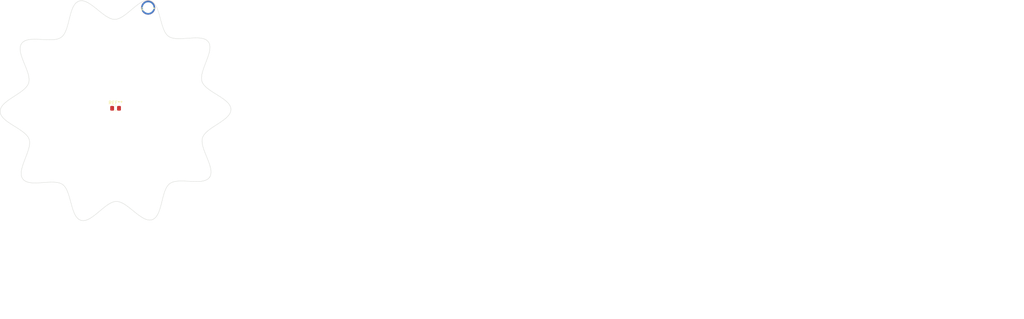
<source format=kicad_pcb>
(kicad_pcb (version 20171130) (host pcbnew 5.1.5-52549c5~84~ubuntu18.04.1)

  (general
    (thickness 1.6)
    (drawings 1)
    (tracks 0)
    (zones 0)
    (modules 3)
    (nets 1)
  )

  (page USLetter)
  (title_block
    (title "Project Title")
  )

  (layers
    (0 F.Cu signal)
    (31 B.Cu signal)
    (34 B.Paste user)
    (35 F.Paste user)
    (36 B.SilkS user)
    (37 F.SilkS user)
    (38 B.Mask user)
    (39 F.Mask user)
    (40 Dwgs.User user)
    (44 Edge.Cuts user)
    (46 B.CrtYd user)
    (47 F.CrtYd user)
    (48 B.Fab user)
    (49 F.Fab user)
  )

  (setup
    (last_trace_width 0.254)
    (user_trace_width 0.1524)
    (user_trace_width 0.254)
    (user_trace_width 0.3302)
    (user_trace_width 0.508)
    (user_trace_width 0.762)
    (user_trace_width 1.27)
    (trace_clearance 0.254)
    (zone_clearance 0.508)
    (zone_45_only no)
    (trace_min 0.1524)
    (via_size 0.6858)
    (via_drill 0.3302)
    (via_min_size 0.6858)
    (via_min_drill 0.3302)
    (user_via 0.6858 0.3302)
    (user_via 0.762 0.4064)
    (user_via 0.8636 0.508)
    (uvia_size 0.6858)
    (uvia_drill 0.3302)
    (uvias_allowed no)
    (uvia_min_size 0)
    (uvia_min_drill 0)
    (edge_width 0.1524)
    (segment_width 0.1524)
    (pcb_text_width 0.1524)
    (pcb_text_size 1.016 1.016)
    (mod_edge_width 0.1524)
    (mod_text_size 1.016 1.016)
    (mod_text_width 0.1524)
    (pad_size 1.524 1.524)
    (pad_drill 0.762)
    (pad_to_mask_clearance 0.0762)
    (solder_mask_min_width 0.1016)
    (pad_to_paste_clearance -0.0762)
    (aux_axis_origin 0 0)
    (visible_elements FFFEDF7D)
    (pcbplotparams
      (layerselection 0x310fc_80000001)
      (usegerberextensions true)
      (usegerberattributes false)
      (usegerberadvancedattributes false)
      (creategerberjobfile false)
      (excludeedgelayer true)
      (linewidth 0.100000)
      (plotframeref false)
      (viasonmask false)
      (mode 1)
      (useauxorigin false)
      (hpglpennumber 1)
      (hpglpenspeed 20)
      (hpglpendiameter 15.000000)
      (psnegative false)
      (psa4output false)
      (plotreference true)
      (plotvalue true)
      (plotinvisibletext false)
      (padsonsilk false)
      (subtractmaskfromsilk false)
      (outputformat 1)
      (mirror false)
      (drillshape 0)
      (scaleselection 1)
      (outputdirectory "gerbers"))
  )

  (net 0 "")

  (net_class Default "This is the default net class."
    (clearance 0.254)
    (trace_width 0.254)
    (via_dia 0.6858)
    (via_drill 0.3302)
    (uvia_dia 0.6858)
    (uvia_drill 0.3302)
  )

  (module Star_Shield:Caiman (layer F.Cu) (tedit 5E2FA7F8) (tstamp 5E308AE5)
    (at 157.7086 54.2798)
    (fp_text reference REF** (at 0 0.5) (layer F.SilkS)
      (effects (font (size 1 1) (thickness 0.15)))
    )
    (fp_text value Caiman (at 0 -0.5) (layer F.Fab)
      (effects (font (size 1 1) (thickness 0.15)))
    )
    (pad 1 thru_hole circle (at 0 0) (size 4.2 4.2) (drill 3.2) (layers *.Cu *.Mask))
  )

  (module Star_Shield:Start (layer F.Cu) (tedit 0) (tstamp 5E3086E4)
    (at 147.955 85.09)
    (fp_text reference Ref** (at 0 0) (layer F.SilkS) hide
      (effects (font (size 1.27 1.27) (thickness 0.15)))
    )
    (fp_text value Val** (at 0 0) (layer F.SilkS) hide
      (effects (font (size 1.27 1.27) (thickness 0.15)))
    )
    (fp_line (start 28.126299 20.066587) (end 28.126299 20.066587) (layer Edge.Cuts) (width 0.1))
    (fp_line (start 28.126302 20.066573) (end 28.126299 20.066587) (layer Edge.Cuts) (width 0.1))
    (fp_line (start 28.289675 19.800235) (end 28.126302 20.066573) (layer Edge.Cuts) (width 0.1))
    (fp_line (start 28.414285 19.516494) (end 28.289675 19.800235) (layer Edge.Cuts) (width 0.1))
    (fp_line (start 28.502531 19.216418) (end 28.414285 19.516494) (layer Edge.Cuts) (width 0.1))
    (fp_line (start 28.556815 18.901076) (end 28.502531 19.216418) (layer Edge.Cuts) (width 0.1))
    (fp_line (start 28.579535 18.571535) (end 28.556815 18.901076) (layer Edge.Cuts) (width 0.1))
    (fp_line (start 28.57309 18.228863) (end 28.579535 18.571535) (layer Edge.Cuts) (width 0.1))
    (fp_line (start 28.539881 17.87413) (end 28.57309 18.228863) (layer Edge.Cuts) (width 0.1))
    (fp_line (start 28.482308 17.508403) (end 28.539881 17.87413) (layer Edge.Cuts) (width 0.1))
    (fp_line (start 28.402771 17.132751) (end 28.482308 17.508403) (layer Edge.Cuts) (width 0.1))
    (fp_line (start 28.303669 16.748242) (end 28.402771 17.132751) (layer Edge.Cuts) (width 0.1))
    (fp_line (start 28.056372 15.956926) (end 28.303669 16.748242) (layer Edge.Cuts) (width 0.1))
    (fp_line (start 27.759615 15.143002) (end 28.056372 15.956926) (layer Edge.Cuts) (width 0.1))
    (fp_line (start 27.432599 14.315015) (end 27.759615 15.143002) (layer Edge.Cuts) (width 0.1))
    (fp_line (start 26.764581 12.651038) (end 27.432599 14.315015) (layer Edge.Cuts) (width 0.1))
    (fp_line (start 26.461979 11.832142) (end 26.764581 12.651038) (layer Edge.Cuts) (width 0.1))
    (fp_line (start 26.205914 11.033367) (end 26.461979 11.832142) (layer Edge.Cuts) (width 0.1))
    (fp_line (start 26.101331 10.644196) (end 26.205914 11.033367) (layer Edge.Cuts) (width 0.1))
    (fp_line (start 26.015582 10.263261) (end 26.101331 10.644196) (layer Edge.Cuts) (width 0.1))
    (fp_line (start 25.951067 9.89163) (end 26.015582 10.263261) (layer Edge.Cuts) (width 0.1))
    (fp_line (start 25.910186 9.530371) (end 25.951067 9.89163) (layer Edge.Cuts) (width 0.1))
    (fp_line (start 25.895335 9.180552) (end 25.910186 9.530371) (layer Edge.Cuts) (width 0.1))
    (fp_line (start 25.908919 8.843242) (end 25.895335 9.180552) (layer Edge.Cuts) (width 0.1))
    (fp_line (start 25.953337 8.519508) (end 25.908919 8.843242) (layer Edge.Cuts) (width 0.1))
    (fp_line (start 26.030988 8.21042) (end 25.953337 8.519508) (layer Edge.Cuts) (width 0.1))
    (fp_line (start 26.144726 7.912714) (end 26.030988 8.21042) (layer Edge.Cuts) (width 0.1))
    (fp_line (start 26.294085 7.62208) (end 26.144726 7.912714) (layer Edge.Cuts) (width 0.1))
    (fp_line (start 26.476487 7.338016) (end 26.294085 7.62208) (layer Edge.Cuts) (width 0.1))
    (fp_line (start 26.689354 7.060021) (end 26.476487 7.338016) (layer Edge.Cuts) (width 0.1))
    (fp_line (start 26.930107 6.787592) (end 26.689354 7.060021) (layer Edge.Cuts) (width 0.1))
    (fp_line (start 27.196168 6.520228) (end 26.930107 6.787592) (layer Edge.Cuts) (width 0.1))
    (fp_line (start 27.484958 6.257425) (end 27.196168 6.520228) (layer Edge.Cuts) (width 0.1))
    (fp_line (start 27.793898 5.998684) (end 27.484958 6.257425) (layer Edge.Cuts) (width 0.1))
    (fp_line (start 28.461916 5.491375) (end 27.793898 5.998684) (layer Edge.Cuts) (width 0.1))
    (fp_line (start 29.179593 4.994285) (end 28.461916 5.491375) (layer Edge.Cuts) (width 0.1))
    (fp_line (start 30.681416 4.014698) (end 29.179593 4.994285) (layer Edge.Cuts) (width 0.1))
    (fp_line (start 31.424305 3.52417) (end 30.681416 4.014698) (layer Edge.Cuts) (width 0.1))
    (fp_line (start 32.134343 3.027798) (end 31.424305 3.52417) (layer Edge.Cuts) (width 0.1))
    (fp_line (start 32.790899 2.521567) (end 32.134343 3.027798) (layer Edge.Cuts) (width 0.1))
    (fp_line (start 33.092676 2.263499) (end 32.790899 2.521567) (layer Edge.Cuts) (width 0.1))
    (fp_line (start 33.373348 2.001461) (end 33.092676 2.263499) (layer Edge.Cuts) (width 0.1))
    (fp_line (start 33.630335 1.73495) (end 33.373348 2.001461) (layer Edge.Cuts) (width 0.1))
    (fp_line (start 33.861059 1.463464) (end 33.630335 1.73495) (layer Edge.Cuts) (width 0.1))
    (fp_line (start 34.062943 1.186501) (end 33.861059 1.463464) (layer Edge.Cuts) (width 0.1))
    (fp_line (start 34.233407 0.90356) (end 34.062943 1.186501) (layer Edge.Cuts) (width 0.1))
    (fp_line (start 34.369873 0.614139) (end 34.233407 0.90356) (layer Edge.Cuts) (width 0.1))
    (fp_line (start 34.469763 0.317736) (end 34.369873 0.614139) (layer Edge.Cuts) (width 0.1))
    (fp_line (start 34.530497 0.013847) (end 34.469763 0.317736) (layer Edge.Cuts) (width 0.1))
    (fp_line (start 34.549497 -0.298027) (end 34.530497 0.013847) (layer Edge.Cuts) (width 0.1))
    (fp_line (start 34.525119 -0.609527) (end 34.549497 -0.298027) (layer Edge.Cuts) (width 0.1))
    (fp_line (start 34.459152 -0.912323) (end 34.525119 -0.609527) (layer Edge.Cuts) (width 0.1))
    (fp_line (start 34.354165 -1.206959) (end 34.459152 -0.912323) (layer Edge.Cuts) (width 0.1))
    (fp_line (start 34.212727 -1.493984) (end 34.354165 -1.206959) (layer Edge.Cuts) (width 0.1))
    (fp_line (start 34.037408 -1.773942) (end 34.212727 -1.493984) (layer Edge.Cuts) (width 0.1))
    (fp_line (start 33.830777 -2.047381) (end 34.037408 -1.773942) (layer Edge.Cuts) (width 0.1))
    (fp_line (start 33.595403 -2.314846) (end 33.830777 -2.047381) (layer Edge.Cuts) (width 0.1))
    (fp_line (start 33.333857 -2.576884) (end 33.595403 -2.314846) (layer Edge.Cuts) (width 0.1))
    (fp_line (start 33.048707 -2.834043) (end 33.333857 -2.576884) (layer Edge.Cuts) (width 0.1))
    (fp_line (start 32.742524 -3.086866) (end 33.048707 -2.834043) (layer Edge.Cuts) (width 0.1))
    (fp_line (start 32.077332 -3.581696) (end 32.742524 -3.086866) (layer Edge.Cuts) (width 0.1))
    (fp_line (start 31.358838 -4.065746) (end 32.077332 -3.581696) (layer Edge.Cuts) (width 0.1))
    (fp_line (start 30.607598 -4.543386) (end 31.358838 -4.065746) (layer Edge.Cuts) (width 0.1))
    (fp_line (start 29.0891 -5.496921) (end 30.607598 -4.543386) (layer Edge.Cuts) (width 0.1))
    (fp_line (start 28.362955 -5.981557) (end 29.0891 -5.496921) (layer Edge.Cuts) (width 0.1))
    (fp_line (start 27.686285 -6.477268) (end 28.362955 -5.981557) (layer Edge.Cuts) (width 0.1))
    (fp_line (start 27.372927 -6.730641) (end 27.686285 -6.477268) (layer Edge.Cuts) (width 0.1))
    (fp_line (start 27.079647 -6.988423) (end 27.372927 -6.730641) (layer Edge.Cuts) (width 0.1))
    (fp_line (start 26.809014 -7.251158) (end 27.079647 -6.988423) (layer Edge.Cuts) (width 0.1))
    (fp_line (start 26.563597 -7.519393) (end 26.809014 -7.251158) (layer Edge.Cuts) (width 0.1))
    (fp_line (start 26.345966 -7.793675) (end 26.563597 -7.519393) (layer Edge.Cuts) (width 0.1))
    (fp_line (start 26.158691 -8.07455) (end 26.345966 -7.793675) (layer Edge.Cuts) (width 0.1))
    (fp_line (start 26.00434 -8.362564) (end 26.158691 -8.07455) (layer Edge.Cuts) (width 0.1))
    (fp_line (start 25.885484 -8.658264) (end 26.00434 -8.362564) (layer Edge.Cuts) (width 0.1))
    (fp_line (start 25.802512 -8.965966) (end 25.885484 -8.658264) (layer Edge.Cuts) (width 0.1))
    (fp_line (start 25.752517 -9.288885) (end 25.802512 -8.965966) (layer Edge.Cuts) (width 0.1))
    (fp_line (start 25.733116 -9.625911) (end 25.752517 -9.288885) (layer Edge.Cuts) (width 0.1))
    (fp_line (start 25.741926 -9.975934) (end 25.733116 -9.625911) (layer Edge.Cuts) (width 0.1))
    (fp_line (start 25.77657 -10.337845) (end 25.741926 -9.975934) (layer Edge.Cuts) (width 0.1))
    (fp_line (start 25.834664 -10.710533) (end 25.77657 -10.337845) (layer Edge.Cuts) (width 0.1))
    (fp_line (start 25.913829 -11.092891) (end 25.834664 -10.710533) (layer Edge.Cuts) (width 0.1))
    (fp_line (start 26.011682 -11.483807) (end 25.913829 -11.092891) (layer Edge.Cuts) (width 0.1))
    (fp_line (start 26.253932 -12.28688) (end 26.011682 -11.483807) (layer Edge.Cuts) (width 0.1))
    (fp_line (start 26.542362 -13.110875) (end 26.253932 -12.28688) (layer Edge.Cuts) (width 0.1))
    (fp_line (start 27.181576 -14.786127) (end 26.542362 -13.110875) (layer Edge.Cuts) (width 0.1))
    (fp_line (start 27.494262 -15.619632) (end 27.181576 -14.786127) (layer Edge.Cuts) (width 0.1))
    (fp_line (start 27.776934 -16.438554) (end 27.494262 -15.619632) (layer Edge.Cuts) (width 0.1))
    (fp_line (start 28.010544 -17.234019) (end 27.776934 -16.438554) (layer Edge.Cuts) (width 0.1))
    (fp_line (start 28.102998 -17.62018) (end 28.010544 -17.234019) (layer Edge.Cuts) (width 0.1))
    (fp_line (start 28.176044 -17.997148) (end 28.102998 -17.62018) (layer Edge.Cuts) (width 0.1))
    (fp_line (start 28.2273 -18.363813) (end 28.176044 -17.997148) (layer Edge.Cuts) (width 0.1))
    (fp_line (start 28.254385 -18.719066) (end 28.2273 -18.363813) (layer Edge.Cuts) (width 0.1))
    (fp_line (start 28.254918 -19.061798) (end 28.254385 -18.719066) (layer Edge.Cuts) (width 0.1))
    (fp_line (start 28.226519 -19.390898) (end 28.254918 -19.061798) (layer Edge.Cuts) (width 0.1))
    (fp_line (start 28.166804 -19.705257) (end 28.226519 -19.390898) (layer Edge.Cuts) (width 0.1))
    (fp_line (start 28.073394 -20.003766) (end 28.166804 -19.705257) (layer Edge.Cuts) (width 0.1))
    (fp_line (start 27.943908 -20.285316) (end 28.073394 -20.003766) (layer Edge.Cuts) (width 0.1))
    (fp_line (start 27.775964 -20.548796) (end 27.943908 -20.285316) (layer Edge.Cuts) (width 0.1))
    (fp_line (start 27.573147 -20.786476) (end 27.775964 -20.548796) (layer Edge.Cuts) (width 0.1))
    (fp_line (start 27.3418 -20.992668) (end 27.573147 -20.786476) (layer Edge.Cuts) (width 0.1))
    (fp_line (start 27.08368 -21.169324) (end 27.3418 -20.992668) (layer Edge.Cuts) (width 0.1))
    (fp_line (start 26.800545 -21.318397) (end 27.08368 -21.169324) (layer Edge.Cuts) (width 0.1))
    (fp_line (start 26.494154 -21.441838) (end 26.800545 -21.318397) (layer Edge.Cuts) (width 0.1))
    (fp_line (start 26.166263 -21.541599) (end 26.494154 -21.441838) (layer Edge.Cuts) (width 0.1))
    (fp_line (start 25.81863 -21.619634) (end 26.166263 -21.541599) (layer Edge.Cuts) (width 0.1))
    (fp_line (start 25.453012 -21.677894) (end 25.81863 -21.619634) (layer Edge.Cuts) (width 0.1))
    (fp_line (start 25.071167 -21.718332) (end 25.453012 -21.677894) (layer Edge.Cuts) (width 0.1))
    (fp_line (start 24.674853 -21.742899) (end 25.071167 -21.718332) (layer Edge.Cuts) (width 0.1))
    (fp_line (start 23.845847 -21.752235) (end 24.674853 -21.742899) (layer Edge.Cuts) (width 0.1))
    (fp_line (start 22.980057 -21.721519) (end 23.845847 -21.752235) (layer Edge.Cuts) (width 0.1))
    (fp_line (start 22.091541 -21.66637) (end 22.980057 -21.721519) (layer Edge.Cuts) (width 0.1))
    (fp_line (start 20.302577 -21.545245) (end 22.091541 -21.66637) (layer Edge.Cuts) (width 0.1))
    (fp_line (start 19.43025 -21.51049) (end 20.302577 -21.545245) (layer Edge.Cuts) (width 0.1))
    (fp_line (start 18.591442 -21.513804) (end 19.43025 -21.51049) (layer Edge.Cuts) (width 0.1))
    (fp_line (start 18.189001 -21.534601) (end 18.591442 -21.513804) (layer Edge.Cuts) (width 0.1))
    (fp_line (start 17.800212 -21.570764) (end 18.189001 -21.534601) (layer Edge.Cuts) (width 0.1))
    (fp_line (start 17.426833 -21.624247) (end 17.800212 -21.570764) (layer Edge.Cuts) (width 0.1))
    (fp_line (start 17.070622 -21.697002) (end 17.426833 -21.624247) (layer Edge.Cuts) (width 0.1))
    (fp_line (start 16.733336 -21.790981) (end 17.070622 -21.697002) (layer Edge.Cuts) (width 0.1))
    (fp_line (start 16.416733 -21.908136) (end 16.733336 -21.790981) (layer Edge.Cuts) (width 0.1))
    (fp_line (start 16.122571 -22.050419) (end 16.416733 -21.908136) (layer Edge.Cuts) (width 0.1))
    (fp_line (start 15.852606 -22.219783) (end 16.122571 -22.050419) (layer Edge.Cuts) (width 0.1))
    (fp_line (start 15.604617 -22.419951) (end 15.852606 -22.219783) (layer Edge.Cuts) (width 0.1))
    (fp_line (start 15.374363 -22.651811) (end 15.604617 -22.419951) (layer Edge.Cuts) (width 0.1))
    (fp_line (start 15.160568 -22.913066) (end 15.374363 -22.651811) (layer Edge.Cuts) (width 0.1))
    (fp_line (start 14.961958 -23.20142) (end 15.160568 -22.913066) (layer Edge.Cuts) (width 0.1))
    (fp_line (start 14.77726 -23.514575) (end 14.961958 -23.20142) (layer Edge.Cuts) (width 0.1))
    (fp_line (start 14.605198 -23.850234) (end 14.77726 -23.514575) (layer Edge.Cuts) (width 0.1))
    (fp_line (start 14.4445 -24.206099) (end 14.605198 -23.850234) (layer Edge.Cuts) (width 0.1))
    (fp_line (start 14.29389 -24.579874) (end 14.4445 -24.206099) (layer Edge.Cuts) (width 0.1))
    (fp_line (start 14.017839 -25.371964) (end 14.29389 -24.579874) (layer Edge.Cuts) (width 0.1))
    (fp_line (start 13.766853 -26.208125) (end 14.017839 -25.371964) (layer Edge.Cuts) (width 0.1))
    (fp_line (start 13.299299 -27.939153) (end 13.766853 -26.208125) (layer Edge.Cuts) (width 0.1))
    (fp_line (start 13.062345 -28.797264) (end 13.299299 -27.939153) (layer Edge.Cuts) (width 0.1))
    (fp_line (start 12.809681 -29.625937) (end 13.062345 -28.797264) (layer Edge.Cuts) (width 0.1))
    (fp_line (start 12.531114 -30.406793) (end 12.809681 -29.625937) (layer Edge.Cuts) (width 0.1))
    (fp_line (start 12.378931 -30.773548) (end 12.531114 -30.406793) (layer Edge.Cuts) (width 0.1))
    (fp_line (start 12.21645 -31.121456) (end 12.378931 -30.773548) (layer Edge.Cuts) (width 0.1))
    (fp_line (start 12.042396 -31.448222) (end 12.21645 -31.121456) (layer Edge.Cuts) (width 0.1))
    (fp_line (start 11.855495 -31.751548) (end 12.042396 -31.448222) (layer Edge.Cuts) (width 0.1))
    (fp_line (start 11.654474 -32.029137) (end 11.855495 -31.751548) (layer Edge.Cuts) (width 0.1))
    (fp_line (start 11.438057 -32.278691) (end 11.654474 -32.029137) (layer Edge.Cuts) (width 0.1))
    (fp_line (start 11.204971 -32.497914) (end 11.438057 -32.278691) (layer Edge.Cuts) (width 0.1))
    (fp_line (start 10.953942 -32.684508) (end 11.204971 -32.497914) (layer Edge.Cuts) (width 0.1))
    (fp_line (start 10.683695 -32.836176) (end 10.953942 -32.684508) (layer Edge.Cuts) (width 0.1))
    (fp_line (start 10.392956 -32.950621) (end 10.683695 -32.836176) (layer Edge.Cuts) (width 0.1))
    (fp_line (start 10.089168 -33.023696) (end 10.392956 -32.950621) (layer Edge.Cuts) (width 0.1))
    (fp_line (start 9.780808 -33.054527) (end 10.089168 -33.023696) (layer Edge.Cuts) (width 0.1))
    (fp_line (start 9.468149 -33.045726) (end 9.780808 -33.054527) (layer Edge.Cuts) (width 0.1))
    (fp_line (start 9.151466 -32.999905) (end 9.468149 -33.045726) (layer Edge.Cuts) (width 0.1))
    (fp_line (start 8.831033 -32.919679) (end 9.151466 -32.999905) (layer Edge.Cuts) (width 0.1))
    (fp_line (start 8.507125 -32.807658) (end 8.831033 -32.919679) (layer Edge.Cuts) (width 0.1))
    (fp_line (start 8.180016 -32.666456) (end 8.507125 -32.807658) (layer Edge.Cuts) (width 0.1))
    (fp_line (start 7.84998 -32.498685) (end 8.180016 -32.666456) (layer Edge.Cuts) (width 0.1))
    (fp_line (start 7.517292 -32.306957) (end 7.84998 -32.498685) (layer Edge.Cuts) (width 0.1))
    (fp_line (start 7.182226 -32.093886) (end 7.517292 -32.306957) (layer Edge.Cuts) (width 0.1))
    (fp_line (start 6.506059 -31.614162) (end 7.182226 -32.093886) (layer Edge.Cuts) (width 0.1))
    (fp_line (start 5.823674 -31.080414) (end 6.506059 -31.614162) (layer Edge.Cuts) (width 0.1))
    (fp_line (start 5.137265 -30.51354) (end 5.823674 -31.080414) (layer Edge.Cuts) (width 0.1))
    (fp_line (start 3.761158 -29.364022) (end 5.137265 -30.51354) (layer Edge.Cuts) (width 0.1))
    (fp_line (start 3.07585 -28.823177) (end 3.761158 -29.364022) (layer Edge.Cuts) (width 0.1))
    (fp_line (start 2.395299 -28.332809) (end 3.07585 -28.823177) (layer Edge.Cuts) (width 0.1))
    (fp_line (start 2.057494 -28.113085) (end 2.395299 -28.332809) (layer Edge.Cuts) (width 0.1))
    (fp_line (start 1.721701 -27.913818) (end 2.057494 -28.113085) (layer Edge.Cuts) (width 0.1))
    (fp_line (start 1.388195 -27.73762) (end 1.721701 -27.913818) (layer Edge.Cuts) (width 0.1))
    (fp_line (start 1.05725 -27.587104) (end 1.388195 -27.73762) (layer Edge.Cuts) (width 0.1))
    (fp_line (start 0.729141 -27.464882) (end 1.05725 -27.587104) (layer Edge.Cuts) (width 0.1))
    (fp_line (start 0.404142 -27.373568) (end 0.729141 -27.464882) (layer Edge.Cuts) (width 0.1))
    (fp_line (start 0.082527 -27.315773) (end 0.404142 -27.373568) (layer Edge.Cuts) (width 0.1))
    (fp_line (start -0.235429 -27.29411) (end 0.082527 -27.315773) (layer Edge.Cuts) (width 0.1))
    (fp_line (start -0.553711 -27.310285) (end -0.235429 -27.29411) (layer Edge.Cuts) (width 0.1))
    (fp_line (start -0.876275 -27.362524) (end -0.553711 -27.310285) (layer Edge.Cuts) (width 0.1))
    (fp_line (start -1.202801 -27.448218) (end -0.876275 -27.362524) (layer Edge.Cuts) (width 0.1))
    (fp_line (start -1.53297 -27.564761) (end -1.202801 -27.448218) (layer Edge.Cuts) (width 0.1))
    (fp_line (start -1.866462 -27.709546) (end -1.53297 -27.564761) (layer Edge.Cuts) (width 0.1))
    (fp_line (start -2.202957 -27.879965) (end -1.866462 -27.709546) (layer Edge.Cuts) (width 0.1))
    (fp_line (start -2.542138 -28.07341) (end -2.202957 -27.879965) (layer Edge.Cuts) (width 0.1))
    (fp_line (start -2.883684 -28.287274) (end -2.542138 -28.07341) (layer Edge.Cuts) (width 0.1))
    (fp_line (start -3.572592 -28.765829) (end -2.883684 -28.287274) (layer Edge.Cuts) (width 0.1))
    (fp_line (start -4.267128 -29.294772) (end -3.572592 -28.765829) (layer Edge.Cuts) (width 0.1))
    (fp_line (start -5.662859 -30.420382) (end -4.267128 -29.294772) (layer Edge.Cuts) (width 0.1))
    (fp_line (start -6.358944 -30.97533) (end -5.662859 -30.420382) (layer Edge.Cuts) (width 0.1))
    (fp_line (start -7.050435 -31.497228) (end -6.358944 -30.97533) (layer Edge.Cuts) (width 0.1))
    (fp_line (start -7.734777 -31.965217) (end -7.050435 -31.497228) (layer Edge.Cuts) (width 0.1))
    (fp_line (start -8.073468 -32.172476) (end -7.734777 -31.965217) (layer Edge.Cuts) (width 0.1))
    (fp_line (start -8.409414 -32.358436) (end -8.073468 -32.172476) (layer Edge.Cuts) (width 0.1))
    (fp_line (start -8.742294 -32.520489) (end -8.409414 -32.358436) (layer Edge.Cuts) (width 0.1))
    (fp_line (start -9.07179 -32.656028) (end -8.742294 -32.520489) (layer Edge.Cuts) (width 0.1))
    (fp_line (start -9.397583 -32.762445) (end -9.07179 -32.656028) (layer Edge.Cuts) (width 0.1))
    (fp_line (start -9.719351 -32.837132) (end -9.397583 -32.762445) (layer Edge.Cuts) (width 0.1))
    (fp_line (start -10.036778 -32.877482) (end -9.719351 -32.837132) (layer Edge.Cuts) (width 0.1))
    (fp_line (start -10.349542 -32.880889) (end -10.036778 -32.877482) (layer Edge.Cuts) (width 0.1))
    (fp_line (start -10.657325 -32.844744) (end -10.349542 -32.880889) (layer Edge.Cuts) (width 0.1))
    (fp_line (start -10.959807 -32.766439) (end -10.657325 -32.844744) (layer Edge.Cuts) (width 0.1))
    (fp_line (start -11.248528 -32.646996) (end -10.959807 -32.766439) (layer Edge.Cuts) (width 0.1))
    (fp_line (start -11.516119 -32.490689) (end -11.248528 -32.646996) (layer Edge.Cuts) (width 0.1))
    (fp_line (start -11.763892 -32.299792) (end -11.516119 -32.490689) (layer Edge.Cuts) (width 0.1))
    (fp_line (start -11.993162 -32.076582) (end -11.763892 -32.299792) (layer Edge.Cuts) (width 0.1))
    (fp_line (start -12.205241 -31.823331) (end -11.993162 -32.076582) (layer Edge.Cuts) (width 0.1))
    (fp_line (start -12.401444 -31.542316) (end -12.205241 -31.823331) (layer Edge.Cuts) (width 0.1))
    (fp_line (start -12.583085 -31.235811) (end -12.401444 -31.542316) (layer Edge.Cuts) (width 0.1))
    (fp_line (start -12.751476 -30.906091) (end -12.583085 -31.235811) (layer Edge.Cuts) (width 0.1))
    (fp_line (start -12.907931 -30.555432) (end -12.751476 -30.906091) (layer Edge.Cuts) (width 0.1))
    (fp_line (start -13.053765 -30.186107) (end -12.907931 -30.555432) (layer Edge.Cuts) (width 0.1))
    (fp_line (start -13.31882 -29.400561) (end -13.053765 -30.186107) (layer Edge.Cuts) (width 0.1))
    (fp_line (start -13.557153 -28.567653) (end -13.31882 -29.400561) (layer Edge.Cuts) (width 0.1))
    (fp_line (start -13.779269 -27.705582) (end -13.557153 -28.567653) (layer Edge.Cuts) (width 0.1))
    (fp_line (start -14.216893 -25.966746) (end -13.779269 -27.705582) (layer Edge.Cuts) (width 0.1))
    (fp_line (start -14.453418 -25.12638) (end -14.216893 -25.966746) (layer Edge.Cuts) (width 0.1))
    (fp_line (start -14.715765 -24.329646) (end -14.453418 -25.12638) (layer Edge.Cuts) (width 0.1))
    (fp_line (start -14.859904 -23.953328) (end -14.715765 -24.329646) (layer Edge.Cuts) (width 0.1))
    (fp_line (start -15.01444 -23.594744) (end -14.859904 -23.953328) (layer Edge.Cuts) (width 0.1))
    (fp_line (start -15.180686 -23.256167) (end -15.01444 -23.594744) (layer Edge.Cuts) (width 0.1))
    (fp_line (start -15.359955 -22.939872) (end -15.180686 -23.256167) (layer Edge.Cuts) (width 0.1))
    (fp_line (start -15.553561 -22.648135) (end -15.359955 -22.939872) (layer Edge.Cuts) (width 0.1))
    (fp_line (start -15.762818 -22.38323) (end -15.553561 -22.648135) (layer Edge.Cuts) (width 0.1))
    (fp_line (start -15.989038 -22.147433) (end -15.762818 -22.38323) (layer Edge.Cuts) (width 0.1))
    (fp_line (start -16.233537 -21.943018) (end -15.989038 -22.147433) (layer Edge.Cuts) (width 0.1))
    (fp_line (start -16.50054 -21.769022) (end -16.233537 -21.943018) (layer Edge.Cuts) (width 0.1))
    (fp_line (start -16.792204 -21.621685) (end -16.50054 -21.769022) (layer Edge.Cuts) (width 0.1))
    (fp_line (start -17.106739 -21.499087) (end -16.792204 -21.621685) (layer Edge.Cuts) (width 0.1))
    (fp_line (start -17.442354 -21.399304) (end -17.106739 -21.499087) (layer Edge.Cuts) (width 0.1))
    (fp_line (start -17.797257 -21.320416) (end -17.442354 -21.399304) (layer Edge.Cuts) (width 0.1))
    (fp_line (start -18.169658 -21.260501) (end -17.797257 -21.320416) (layer Edge.Cuts) (width 0.1))
    (fp_line (start -18.557765 -21.217636) (end -18.169658 -21.260501) (layer Edge.Cuts) (width 0.1))
    (fp_line (start -18.959787 -21.189899) (end -18.557765 -21.217636) (layer Edge.Cuts) (width 0.1))
    (fp_line (start -19.798414 -21.172108) (end -18.959787 -21.189899) (layer Edge.Cuts) (width 0.1))
    (fp_line (start -20.671209 -21.191818) (end -19.798414 -21.172108) (layer Edge.Cuts) (width 0.1))
    (fp_line (start -22.461996 -21.282063) (end -20.671209 -21.191818) (layer Edge.Cuts) (width 0.1))
    (fp_line (start -23.351332 -21.321873) (end -22.461996 -21.282063) (layer Edge.Cuts) (width 0.1))
    (fp_line (start -24.217524 -21.337645) (end -23.351332 -21.321873) (layer Edge.Cuts) (width 0.1))
    (fp_line (start -25.046245 -21.314011) (end -24.217524 -21.337645) (layer Edge.Cuts) (width 0.1))
    (fp_line (start -25.442076 -21.28261) (end -25.046245 -21.314011) (layer Edge.Cuts) (width 0.1))
    (fp_line (start -25.823166 -21.23559) (end -25.442076 -21.28261) (layer Edge.Cuts) (width 0.1))
    (fp_line (start -26.187725 -21.171031) (end -25.823166 -21.23559) (layer Edge.Cuts) (width 0.1))
    (fp_line (start -26.53396 -21.087011) (end -26.187725 -21.171031) (layer Edge.Cuts) (width 0.1))
    (fp_line (start -26.860082 -20.981608) (end -26.53396 -21.087011) (layer Edge.Cuts) (width 0.1))
    (fp_line (start -27.164298 -20.8529) (end -26.860082 -20.981608) (layer Edge.Cuts) (width 0.1))
    (fp_line (start -27.444819 -20.698966) (end -27.164298 -20.8529) (layer Edge.Cuts) (width 0.1))
    (fp_line (start -27.699853 -20.517884) (end -27.444819 -20.698966) (layer Edge.Cuts) (width 0.1))
    (fp_line (start -27.927609 -20.307731) (end -27.699853 -20.517884) (layer Edge.Cuts) (width 0.1))
    (fp_line (start -28.126295 -20.066587) (end -27.927609 -20.307731) (layer Edge.Cuts) (width 0.1))
    (fp_line (start -28.289669 -19.80025) (end -28.126295 -20.066587) (layer Edge.Cuts) (width 0.1))
    (fp_line (start -28.414279 -19.516509) (end -28.289669 -19.80025) (layer Edge.Cuts) (width 0.1))
    (fp_line (start -28.502526 -19.216433) (end -28.414279 -19.516509) (layer Edge.Cuts) (width 0.1))
    (fp_line (start -28.556809 -18.90109) (end -28.502526 -19.216433) (layer Edge.Cuts) (width 0.1))
    (fp_line (start -28.579528 -18.571549) (end -28.556809 -18.90109) (layer Edge.Cuts) (width 0.1))
    (fp_line (start -28.573083 -18.228877) (end -28.579528 -18.571549) (layer Edge.Cuts) (width 0.1))
    (fp_line (start -28.539874 -17.874144) (end -28.573083 -18.228877) (layer Edge.Cuts) (width 0.1))
    (fp_line (start -28.482301 -17.508418) (end -28.539874 -17.874144) (layer Edge.Cuts) (width 0.1))
    (fp_line (start -28.402763 -17.132766) (end -28.482301 -17.508418) (layer Edge.Cuts) (width 0.1))
    (fp_line (start -28.303662 -16.748257) (end -28.402763 -17.132766) (layer Edge.Cuts) (width 0.1))
    (fp_line (start -28.056364 -15.956941) (end -28.303662 -16.748257) (layer Edge.Cuts) (width 0.1))
    (fp_line (start -27.759608 -15.143016) (end -28.056364 -15.956941) (layer Edge.Cuts) (width 0.1))
    (fp_line (start -27.432591 -14.315029) (end -27.759608 -15.143016) (layer Edge.Cuts) (width 0.1))
    (fp_line (start -26.764574 -12.651053) (end -27.432591 -14.315029) (layer Edge.Cuts) (width 0.1))
    (fp_line (start -26.461972 -11.832156) (end -26.764574 -12.651053) (layer Edge.Cuts) (width 0.1))
    (fp_line (start -26.205906 -11.033381) (end -26.461972 -11.832156) (layer Edge.Cuts) (width 0.1))
    (fp_line (start -26.101324 -10.644211) (end -26.205906 -11.033381) (layer Edge.Cuts) (width 0.1))
    (fp_line (start -26.015575 -10.263276) (end -26.101324 -10.644211) (layer Edge.Cuts) (width 0.1))
    (fp_line (start -25.95106 -9.891644) (end -26.015575 -10.263276) (layer Edge.Cuts) (width 0.1))
    (fp_line (start -25.910179 -9.530385) (end -25.95106 -9.891644) (layer Edge.Cuts) (width 0.1))
    (fp_line (start -25.895331 -9.180566) (end -25.910179 -9.530385) (layer Edge.Cuts) (width 0.1))
    (fp_line (start -25.908916 -8.843256) (end -25.895331 -9.180566) (layer Edge.Cuts) (width 0.1))
    (fp_line (start -25.953334 -8.519523) (end -25.908916 -8.843256) (layer Edge.Cuts) (width 0.1))
    (fp_line (start -26.030985 -8.210434) (end -25.953334 -8.519523) (layer Edge.Cuts) (width 0.1))
    (fp_line (start -26.144723 -7.912728) (end -26.030985 -8.210434) (layer Edge.Cuts) (width 0.1))
    (fp_line (start -26.294082 -7.622094) (end -26.144723 -7.912728) (layer Edge.Cuts) (width 0.1))
    (fp_line (start -26.476485 -7.338031) (end -26.294082 -7.622094) (layer Edge.Cuts) (width 0.1))
    (fp_line (start -26.689352 -7.060036) (end -26.476485 -7.338031) (layer Edge.Cuts) (width 0.1))
    (fp_line (start -26.930105 -6.787607) (end -26.689352 -7.060036) (layer Edge.Cuts) (width 0.1))
    (fp_line (start -27.196166 -6.520242) (end -26.930105 -6.787607) (layer Edge.Cuts) (width 0.1))
    (fp_line (start -27.484955 -6.25744) (end -27.196166 -6.520242) (layer Edge.Cuts) (width 0.1))
    (fp_line (start -27.793895 -5.998699) (end -27.484955 -6.25744) (layer Edge.Cuts) (width 0.1))
    (fp_line (start -28.461913 -5.49139) (end -27.793895 -5.998699) (layer Edge.Cuts) (width 0.1))
    (fp_line (start -29.179591 -4.9943) (end -28.461913 -5.49139) (layer Edge.Cuts) (width 0.1))
    (fp_line (start -30.681414 -4.014712) (end -29.179591 -4.9943) (layer Edge.Cuts) (width 0.1))
    (fp_line (start -31.424304 -3.524184) (end -30.681414 -4.014712) (layer Edge.Cuts) (width 0.1))
    (fp_line (start -32.134341 -3.027813) (end -31.424304 -3.524184) (layer Edge.Cuts) (width 0.1))
    (fp_line (start -32.790897 -2.521582) (end -32.134341 -3.027813) (layer Edge.Cuts) (width 0.1))
    (fp_line (start -33.092674 -2.263514) (end -32.790897 -2.521582) (layer Edge.Cuts) (width 0.1))
    (fp_line (start -33.373346 -2.001475) (end -33.092674 -2.263514) (layer Edge.Cuts) (width 0.1))
    (fp_line (start -33.630333 -1.734964) (end -33.373346 -2.001475) (layer Edge.Cuts) (width 0.1))
    (fp_line (start -33.861058 -1.463478) (end -33.630333 -1.734964) (layer Edge.Cuts) (width 0.1))
    (fp_line (start -34.062941 -1.186516) (end -33.861058 -1.463478) (layer Edge.Cuts) (width 0.1))
    (fp_line (start -34.233405 -0.903575) (end -34.062941 -1.186516) (layer Edge.Cuts) (width 0.1))
    (fp_line (start -34.369871 -0.614154) (end -34.233405 -0.903575) (layer Edge.Cuts) (width 0.1))
    (fp_line (start -34.46976 -0.31775) (end -34.369871 -0.614154) (layer Edge.Cuts) (width 0.1))
    (fp_line (start -34.530494 -0.013862) (end -34.46976 -0.31775) (layer Edge.Cuts) (width 0.1))
    (fp_line (start -34.549494 0.298013) (end -34.530494 -0.013862) (layer Edge.Cuts) (width 0.1))
    (fp_line (start -34.525117 0.609513) (end -34.549494 0.298013) (layer Edge.Cuts) (width 0.1))
    (fp_line (start -34.45915 0.912308) (end -34.525117 0.609513) (layer Edge.Cuts) (width 0.1))
    (fp_line (start -34.354163 1.206945) (end -34.45915 0.912308) (layer Edge.Cuts) (width 0.1))
    (fp_line (start -34.212725 1.493969) (end -34.354163 1.206945) (layer Edge.Cuts) (width 0.1))
    (fp_line (start -34.037405 1.773927) (end -34.212725 1.493969) (layer Edge.Cuts) (width 0.1))
    (fp_line (start -33.830774 2.047366) (end -34.037405 1.773927) (layer Edge.Cuts) (width 0.1))
    (fp_line (start -33.595401 2.314831) (end -33.830774 2.047366) (layer Edge.Cuts) (width 0.1))
    (fp_line (start -33.333854 2.57687) (end -33.595401 2.314831) (layer Edge.Cuts) (width 0.1))
    (fp_line (start -33.048705 2.834028) (end -33.333854 2.57687) (layer Edge.Cuts) (width 0.1))
    (fp_line (start -32.742521 3.086852) (end -33.048705 2.834028) (layer Edge.Cuts) (width 0.1))
    (fp_line (start -32.077329 3.581682) (end -32.742521 3.086852) (layer Edge.Cuts) (width 0.1))
    (fp_line (start -31.358835 4.065731) (end -32.077329 3.581682) (layer Edge.Cuts) (width 0.1))
    (fp_line (start -30.607595 4.543372) (end -31.358835 4.065731) (layer Edge.Cuts) (width 0.1))
    (fp_line (start -29.089097 5.496906) (end -30.607595 4.543372) (layer Edge.Cuts) (width 0.1))
    (fp_line (start -28.362951 5.981543) (end -29.089097 5.496906) (layer Edge.Cuts) (width 0.1))
    (fp_line (start -27.686282 6.477253) (end -28.362951 5.981543) (layer Edge.Cuts) (width 0.1))
    (fp_line (start -27.372924 6.730627) (end -27.686282 6.477253) (layer Edge.Cuts) (width 0.1))
    (fp_line (start -27.079644 6.988408) (end -27.372924 6.730627) (layer Edge.Cuts) (width 0.1))
    (fp_line (start -26.809011 7.251143) (end -27.079644 6.988408) (layer Edge.Cuts) (width 0.1))
    (fp_line (start -26.563594 7.519378) (end -26.809011 7.251143) (layer Edge.Cuts) (width 0.1))
    (fp_line (start -26.345964 7.79366) (end -26.563594 7.519378) (layer Edge.Cuts) (width 0.1))
    (fp_line (start -26.158688 8.074535) (end -26.345964 7.79366) (layer Edge.Cuts) (width 0.1))
    (fp_line (start -26.004337 8.362549) (end -26.158688 8.074535) (layer Edge.Cuts) (width 0.1))
    (fp_line (start -25.885481 8.658249) (end -26.004337 8.362549) (layer Edge.Cuts) (width 0.1))
    (fp_line (start -25.80251 8.965952) (end -25.885481 8.658249) (layer Edge.Cuts) (width 0.1))
    (fp_line (start -25.752514 9.288871) (end -25.80251 8.965952) (layer Edge.Cuts) (width 0.1))
    (fp_line (start -25.733112 9.625896) (end -25.752514 9.288871) (layer Edge.Cuts) (width 0.1))
    (fp_line (start -25.741924 9.97592) (end -25.733112 9.625896) (layer Edge.Cuts) (width 0.1))
    (fp_line (start -25.776567 10.33783) (end -25.741924 9.97592) (layer Edge.Cuts) (width 0.1))
    (fp_line (start -25.834662 10.710519) (end -25.776567 10.33783) (layer Edge.Cuts) (width 0.1))
    (fp_line (start -25.913827 11.092876) (end -25.834662 10.710519) (layer Edge.Cuts) (width 0.1))
    (fp_line (start -26.01168 11.483793) (end -25.913827 11.092876) (layer Edge.Cuts) (width 0.1))
    (fp_line (start -26.253929 12.286866) (end -26.01168 11.483793) (layer Edge.Cuts) (width 0.1))
    (fp_line (start -26.54236 13.110861) (end -26.253929 12.286866) (layer Edge.Cuts) (width 0.1))
    (fp_line (start -27.181574 14.786112) (end -26.54236 13.110861) (layer Edge.Cuts) (width 0.1))
    (fp_line (start -27.494259 15.619617) (end -27.181574 14.786112) (layer Edge.Cuts) (width 0.1))
    (fp_line (start -27.776931 16.43854) (end -27.494259 15.619617) (layer Edge.Cuts) (width 0.1))
    (fp_line (start -28.010542 17.234004) (end -27.776931 16.43854) (layer Edge.Cuts) (width 0.1))
    (fp_line (start -28.102996 17.620165) (end -28.010542 17.234004) (layer Edge.Cuts) (width 0.1))
    (fp_line (start -28.176041 17.997133) (end -28.102996 17.620165) (layer Edge.Cuts) (width 0.1))
    (fp_line (start -28.227297 18.363799) (end -28.176041 17.997133) (layer Edge.Cuts) (width 0.1))
    (fp_line (start -28.254382 18.719052) (end -28.227297 18.363799) (layer Edge.Cuts) (width 0.1))
    (fp_line (start -28.254915 19.061783) (end -28.254382 18.719052) (layer Edge.Cuts) (width 0.1))
    (fp_line (start -28.226514 19.390883) (end -28.254915 19.061783) (layer Edge.Cuts) (width 0.1))
    (fp_line (start -28.1668 19.705243) (end -28.226514 19.390883) (layer Edge.Cuts) (width 0.1))
    (fp_line (start -28.07339 20.003752) (end -28.1668 19.705243) (layer Edge.Cuts) (width 0.1))
    (fp_line (start -27.943904 20.285301) (end -28.07339 20.003752) (layer Edge.Cuts) (width 0.1))
    (fp_line (start -27.77596 20.548781) (end -27.943904 20.285301) (layer Edge.Cuts) (width 0.1))
    (fp_line (start -27.573143 20.786461) (end -27.77596 20.548781) (layer Edge.Cuts) (width 0.1))
    (fp_line (start -27.341796 20.992654) (end -27.573143 20.786461) (layer Edge.Cuts) (width 0.1))
    (fp_line (start -27.083677 21.16931) (end -27.341796 20.992654) (layer Edge.Cuts) (width 0.1))
    (fp_line (start -26.800542 21.318382) (end -27.083677 21.16931) (layer Edge.Cuts) (width 0.1))
    (fp_line (start -26.494151 21.441823) (end -26.800542 21.318382) (layer Edge.Cuts) (width 0.1))
    (fp_line (start -26.166259 21.541586) (end -26.494151 21.441823) (layer Edge.Cuts) (width 0.1))
    (fp_line (start -25.818626 21.619624) (end -26.166259 21.541586) (layer Edge.Cuts) (width 0.1))
    (fp_line (start -25.453009 21.67789) (end -25.818626 21.619624) (layer Edge.Cuts) (width 0.1))
    (fp_line (start -25.071164 21.718327) (end -25.453009 21.67789) (layer Edge.Cuts) (width 0.1))
    (fp_line (start -24.67485 21.742894) (end -25.071164 21.718327) (layer Edge.Cuts) (width 0.1))
    (fp_line (start -23.845845 21.75223) (end -24.67485 21.742894) (layer Edge.Cuts) (width 0.1))
    (fp_line (start -22.980054 21.721514) (end -23.845845 21.75223) (layer Edge.Cuts) (width 0.1))
    (fp_line (start -22.091537 21.666366) (end -22.980054 21.721514) (layer Edge.Cuts) (width 0.1))
    (fp_line (start -20.302573 21.545241) (end -22.091537 21.666366) (layer Edge.Cuts) (width 0.1))
    (fp_line (start -19.430246 21.510485) (end -20.302573 21.545241) (layer Edge.Cuts) (width 0.1))
    (fp_line (start -18.591438 21.5138) (end -19.430246 21.510485) (layer Edge.Cuts) (width 0.1))
    (fp_line (start -18.188997 21.534596) (end -18.591438 21.5138) (layer Edge.Cuts) (width 0.1))
    (fp_line (start -17.800209 21.57076) (end -18.188997 21.534596) (layer Edge.Cuts) (width 0.1))
    (fp_line (start -17.42683 21.624243) (end -17.800209 21.57076) (layer Edge.Cuts) (width 0.1))
    (fp_line (start -17.070619 21.696998) (end -17.42683 21.624243) (layer Edge.Cuts) (width 0.1))
    (fp_line (start -16.733333 21.790976) (end -17.070619 21.696998) (layer Edge.Cuts) (width 0.1))
    (fp_line (start -16.41673 21.908131) (end -16.733333 21.790976) (layer Edge.Cuts) (width 0.1))
    (fp_line (start -16.122567 22.050415) (end -16.41673 21.908131) (layer Edge.Cuts) (width 0.1))
    (fp_line (start -15.852602 22.219779) (end -16.122567 22.050415) (layer Edge.Cuts) (width 0.1))
    (fp_line (start -15.604614 22.419946) (end -15.852602 22.219779) (layer Edge.Cuts) (width 0.1))
    (fp_line (start -15.374359 22.651806) (end -15.604614 22.419946) (layer Edge.Cuts) (width 0.1))
    (fp_line (start -15.160564 22.913062) (end -15.374359 22.651806) (layer Edge.Cuts) (width 0.1))
    (fp_line (start -14.961955 23.201416) (end -15.160564 22.913062) (layer Edge.Cuts) (width 0.1))
    (fp_line (start -14.777256 23.51457) (end -14.961955 23.201416) (layer Edge.Cuts) (width 0.1))
    (fp_line (start -14.605195 23.850229) (end -14.777256 23.51457) (layer Edge.Cuts) (width 0.1))
    (fp_line (start -14.444496 24.206095) (end -14.605195 23.850229) (layer Edge.Cuts) (width 0.1))
    (fp_line (start -14.293886 24.579869) (end -14.444496 24.206095) (layer Edge.Cuts) (width 0.1))
    (fp_line (start -14.017836 25.371959) (end -14.293886 24.579869) (layer Edge.Cuts) (width 0.1))
    (fp_line (start -13.766849 26.208121) (end -14.017836 25.371959) (layer Edge.Cuts) (width 0.1))
    (fp_line (start -13.299296 27.939148) (end -13.766849 26.208121) (layer Edge.Cuts) (width 0.1))
    (fp_line (start -13.062341 28.79726) (end -13.299296 27.939148) (layer Edge.Cuts) (width 0.1))
    (fp_line (start -12.809677 29.625933) (end -13.062341 28.79726) (layer Edge.Cuts) (width 0.1))
    (fp_line (start -12.53111 30.406789) (end -12.809677 29.625933) (layer Edge.Cuts) (width 0.1))
    (fp_line (start -12.378927 30.773544) (end -12.53111 30.406789) (layer Edge.Cuts) (width 0.1))
    (fp_line (start -12.216446 31.121453) (end -12.378927 30.773544) (layer Edge.Cuts) (width 0.1))
    (fp_line (start -12.042392 31.448218) (end -12.216446 31.121453) (layer Edge.Cuts) (width 0.1))
    (fp_line (start -11.855492 31.751544) (end -12.042392 31.448218) (layer Edge.Cuts) (width 0.1))
    (fp_line (start -11.65447 32.029133) (end -11.855492 31.751544) (layer Edge.Cuts) (width 0.1))
    (fp_line (start -11.438054 32.278688) (end -11.65447 32.029133) (layer Edge.Cuts) (width 0.1))
    (fp_line (start -11.204968 32.49791) (end -11.438054 32.278688) (layer Edge.Cuts) (width 0.1))
    (fp_line (start -10.953938 32.684504) (end -11.204968 32.49791) (layer Edge.Cuts) (width 0.1))
    (fp_line (start -10.683691 32.836172) (end -10.953938 32.684504) (layer Edge.Cuts) (width 0.1))
    (fp_line (start -10.392953 32.950617) (end -10.683691 32.836172) (layer Edge.Cuts) (width 0.1))
    (fp_line (start -10.089165 33.023695) (end -10.392953 32.950617) (layer Edge.Cuts) (width 0.1))
    (fp_line (start -9.780805 33.054527) (end -10.089165 33.023695) (layer Edge.Cuts) (width 0.1))
    (fp_line (start -9.468146 33.045727) (end -9.780805 33.054527) (layer Edge.Cuts) (width 0.1))
    (fp_line (start -9.151463 32.999906) (end -9.468146 33.045727) (layer Edge.Cuts) (width 0.1))
    (fp_line (start -8.83103 32.919679) (end -9.151463 32.999906) (layer Edge.Cuts) (width 0.1))
    (fp_line (start -8.507122 32.807658) (end -8.83103 32.919679) (layer Edge.Cuts) (width 0.1))
    (fp_line (start -8.180013 32.666455) (end -8.507122 32.807658) (layer Edge.Cuts) (width 0.1))
    (fp_line (start -7.849977 32.498684) (end -8.180013 32.666455) (layer Edge.Cuts) (width 0.1))
    (fp_line (start -7.51729 32.306957) (end -7.849977 32.498684) (layer Edge.Cuts) (width 0.1))
    (fp_line (start -7.182224 32.093886) (end -7.51729 32.306957) (layer Edge.Cuts) (width 0.1))
    (fp_line (start -6.506057 31.614162) (end -7.182224 32.093886) (layer Edge.Cuts) (width 0.1))
    (fp_line (start -5.823671 31.080413) (end -6.506057 31.614162) (layer Edge.Cuts) (width 0.1))
    (fp_line (start -5.137263 30.51354) (end -5.823671 31.080413) (layer Edge.Cuts) (width 0.1))
    (fp_line (start -3.761156 29.364021) (end -5.137263 30.51354) (layer Edge.Cuts) (width 0.1))
    (fp_line (start -3.075848 28.823176) (end -3.761156 29.364021) (layer Edge.Cuts) (width 0.1))
    (fp_line (start -2.395297 28.332808) (end -3.075848 28.823176) (layer Edge.Cuts) (width 0.1))
    (fp_line (start -2.057491 28.113084) (end -2.395297 28.332808) (layer Edge.Cuts) (width 0.1))
    (fp_line (start -1.721698 27.913817) (end -2.057491 28.113084) (layer Edge.Cuts) (width 0.1))
    (fp_line (start -1.388192 27.737619) (end -1.721698 27.913817) (layer Edge.Cuts) (width 0.1))
    (fp_line (start -1.057247 27.587103) (end -1.388192 27.737619) (layer Edge.Cuts) (width 0.1))
    (fp_line (start -0.729138 27.464882) (end -1.057247 27.587103) (layer Edge.Cuts) (width 0.1))
    (fp_line (start -0.404139 27.373568) (end -0.729138 27.464882) (layer Edge.Cuts) (width 0.1))
    (fp_line (start -0.082524 27.315774) (end -0.404139 27.373568) (layer Edge.Cuts) (width 0.1))
    (fp_line (start 0.235432 27.29411) (end -0.082524 27.315774) (layer Edge.Cuts) (width 0.1))
    (fp_line (start 0.553714 27.310285) (end 0.235432 27.29411) (layer Edge.Cuts) (width 0.1))
    (fp_line (start 0.876278 27.362524) (end 0.553714 27.310285) (layer Edge.Cuts) (width 0.1))
    (fp_line (start 1.202804 27.448218) (end 0.876278 27.362524) (layer Edge.Cuts) (width 0.1))
    (fp_line (start 1.532973 27.564762) (end 1.202804 27.448218) (layer Edge.Cuts) (width 0.1))
    (fp_line (start 1.866465 27.709546) (end 1.532973 27.564762) (layer Edge.Cuts) (width 0.1))
    (fp_line (start 2.202961 27.879965) (end 1.866465 27.709546) (layer Edge.Cuts) (width 0.1))
    (fp_line (start 2.542141 28.073409) (end 2.202961 27.879965) (layer Edge.Cuts) (width 0.1))
    (fp_line (start 2.883687 28.287273) (end 2.542141 28.073409) (layer Edge.Cuts) (width 0.1))
    (fp_line (start 3.572595 28.765829) (end 2.883687 28.287273) (layer Edge.Cuts) (width 0.1))
    (fp_line (start 4.267131 29.294772) (end 3.572595 28.765829) (layer Edge.Cuts) (width 0.1))
    (fp_line (start 5.662862 30.420381) (end 4.267131 29.294772) (layer Edge.Cuts) (width 0.1))
    (fp_line (start 6.358947 30.97533) (end 5.662862 30.420381) (layer Edge.Cuts) (width 0.1))
    (fp_line (start 7.050438 31.497228) (end 6.358947 30.97533) (layer Edge.Cuts) (width 0.1))
    (fp_line (start 7.73478 31.965217) (end 7.050438 31.497228) (layer Edge.Cuts) (width 0.1))
    (fp_line (start 8.073471 32.172476) (end 7.73478 31.965217) (layer Edge.Cuts) (width 0.1))
    (fp_line (start 8.409416 32.358436) (end 8.073471 32.172476) (layer Edge.Cuts) (width 0.1))
    (fp_line (start 8.742297 32.520488) (end 8.409416 32.358436) (layer Edge.Cuts) (width 0.1))
    (fp_line (start 9.071794 32.656026) (end 8.742297 32.520488) (layer Edge.Cuts) (width 0.1))
    (fp_line (start 9.397586 32.762442) (end 9.071794 32.656026) (layer Edge.Cuts) (width 0.1))
    (fp_line (start 9.719355 32.837132) (end 9.397586 32.762442) (layer Edge.Cuts) (width 0.1))
    (fp_line (start 10.036781 32.877482) (end 9.719355 32.837132) (layer Edge.Cuts) (width 0.1))
    (fp_line (start 10.349546 32.880888) (end 10.036781 32.877482) (layer Edge.Cuts) (width 0.1))
    (fp_line (start 10.657328 32.844743) (end 10.349546 32.880888) (layer Edge.Cuts) (width 0.1))
    (fp_line (start 10.95981 32.766439) (end 10.657328 32.844743) (layer Edge.Cuts) (width 0.1))
    (fp_line (start 11.248531 32.646996) (end 10.95981 32.766439) (layer Edge.Cuts) (width 0.1))
    (fp_line (start 11.516122 32.490689) (end 11.248531 32.646996) (layer Edge.Cuts) (width 0.1))
    (fp_line (start 11.763895 32.299792) (end 11.516122 32.490689) (layer Edge.Cuts) (width 0.1))
    (fp_line (start 11.993165 32.076581) (end 11.763895 32.299792) (layer Edge.Cuts) (width 0.1))
    (fp_line (start 12.205245 31.823331) (end 11.993165 32.076581) (layer Edge.Cuts) (width 0.1))
    (fp_line (start 12.401448 31.542316) (end 12.205245 31.823331) (layer Edge.Cuts) (width 0.1))
    (fp_line (start 12.583088 31.235811) (end 12.401448 31.542316) (layer Edge.Cuts) (width 0.1))
    (fp_line (start 12.751479 30.906092) (end 12.583088 31.235811) (layer Edge.Cuts) (width 0.1))
    (fp_line (start 12.907935 30.555432) (end 12.751479 30.906092) (layer Edge.Cuts) (width 0.1))
    (fp_line (start 13.053768 30.186107) (end 12.907935 30.555432) (layer Edge.Cuts) (width 0.1))
    (fp_line (start 13.318824 29.40056) (end 13.053768 30.186107) (layer Edge.Cuts) (width 0.1))
    (fp_line (start 13.557156 28.567652) (end 13.318824 29.40056) (layer Edge.Cuts) (width 0.1))
    (fp_line (start 13.779272 27.705582) (end 13.557156 28.567652) (layer Edge.Cuts) (width 0.1))
    (fp_line (start 14.216896 25.966745) (end 13.779272 27.705582) (layer Edge.Cuts) (width 0.1))
    (fp_line (start 14.453421 25.126379) (end 14.216896 25.966745) (layer Edge.Cuts) (width 0.1))
    (fp_line (start 14.715768 24.329645) (end 14.453421 25.126379) (layer Edge.Cuts) (width 0.1))
    (fp_line (start 14.859907 23.953328) (end 14.715768 24.329645) (layer Edge.Cuts) (width 0.1))
    (fp_line (start 15.014443 23.594743) (end 14.859907 23.953328) (layer Edge.Cuts) (width 0.1))
    (fp_line (start 15.180689 23.256166) (end 15.014443 23.594743) (layer Edge.Cuts) (width 0.1))
    (fp_line (start 15.359958 22.939871) (end 15.180689 23.256166) (layer Edge.Cuts) (width 0.1))
    (fp_line (start 15.553564 22.648135) (end 15.359958 22.939871) (layer Edge.Cuts) (width 0.1))
    (fp_line (start 15.762821 22.38323) (end 15.553564 22.648135) (layer Edge.Cuts) (width 0.1))
    (fp_line (start 15.989042 22.147433) (end 15.762821 22.38323) (layer Edge.Cuts) (width 0.1))
    (fp_line (start 16.23354 21.943017) (end 15.989042 22.147433) (layer Edge.Cuts) (width 0.1))
    (fp_line (start 16.500543 21.769021) (end 16.23354 21.943017) (layer Edge.Cuts) (width 0.1))
    (fp_line (start 16.792208 21.621685) (end 16.500543 21.769021) (layer Edge.Cuts) (width 0.1))
    (fp_line (start 17.106743 21.499086) (end 16.792208 21.621685) (layer Edge.Cuts) (width 0.1))
    (fp_line (start 17.442357 21.399303) (end 17.106743 21.499086) (layer Edge.Cuts) (width 0.1))
    (fp_line (start 17.79726 21.320415) (end 17.442357 21.399303) (layer Edge.Cuts) (width 0.1))
    (fp_line (start 18.169661 21.2605) (end 17.79726 21.320415) (layer Edge.Cuts) (width 0.1))
    (fp_line (start 18.557768 21.217635) (end 18.169661 21.2605) (layer Edge.Cuts) (width 0.1))
    (fp_line (start 18.95979 21.189899) (end 18.557768 21.217635) (layer Edge.Cuts) (width 0.1))
    (fp_line (start 19.798417 21.172108) (end 18.95979 21.189899) (layer Edge.Cuts) (width 0.1))
    (fp_line (start 20.671212 21.191818) (end 19.798417 21.172108) (layer Edge.Cuts) (width 0.1))
    (fp_line (start 22.461999 21.282063) (end 20.671212 21.191818) (layer Edge.Cuts) (width 0.1))
    (fp_line (start 23.351335 21.321872) (end 22.461999 21.282063) (layer Edge.Cuts) (width 0.1))
    (fp_line (start 24.217527 21.337645) (end 23.351335 21.321872) (layer Edge.Cuts) (width 0.1))
    (fp_line (start 25.046248 21.31401) (end 24.217527 21.337645) (layer Edge.Cuts) (width 0.1))
    (fp_line (start 25.442079 21.282609) (end 25.046248 21.31401) (layer Edge.Cuts) (width 0.1))
    (fp_line (start 25.823169 21.235589) (end 25.442079 21.282609) (layer Edge.Cuts) (width 0.1))
    (fp_line (start 26.187728 21.17103) (end 25.823169 21.235589) (layer Edge.Cuts) (width 0.1))
    (fp_line (start 26.533963 21.08701) (end 26.187728 21.17103) (layer Edge.Cuts) (width 0.1))
    (fp_line (start 26.860085 20.981607) (end 26.533963 21.08701) (layer Edge.Cuts) (width 0.1))
    (fp_line (start 27.164302 20.852899) (end 26.860085 20.981607) (layer Edge.Cuts) (width 0.1))
    (fp_line (start 27.444822 20.698965) (end 27.164302 20.852899) (layer Edge.Cuts) (width 0.1))
    (fp_line (start 27.699856 20.517883) (end 27.444822 20.698965) (layer Edge.Cuts) (width 0.1))
    (fp_line (start 27.927612 20.307731) (end 27.699856 20.517883) (layer Edge.Cuts) (width 0.1))
    (fp_line (start 28.126299 20.066587) (end 27.927612 20.307731) (layer Edge.Cuts) (width 0.1))
  )

  (module Resistor_SMD:R_0805_2012Metric_Pad1.15x1.40mm_HandSolder (layer F.Cu) (tedit 5B36C52B) (tstamp 5E3061BF)
    (at 147.955 84.455)
    (descr "Resistor SMD 0805 (2012 Metric), square (rectangular) end terminal, IPC_7351 nominal with elongated pad for handsoldering. (Body size source: https://docs.google.com/spreadsheets/d/1BsfQQcO9C6DZCsRaXUlFlo91Tg2WpOkGARC1WS5S8t0/edit?usp=sharing), generated with kicad-footprint-generator")
    (tags "resistor handsolder")
    (attr smd)
    (fp_text reference REF** (at 0 -1.65) (layer F.SilkS)
      (effects (font (size 1 1) (thickness 0.15)))
    )
    (fp_text value R_0805_2012Metric_Pad1.15x1.40mm_HandSolder (at 0 1.65) (layer F.Fab)
      (effects (font (size 1 1) (thickness 0.15)))
    )
    (fp_text user %R (at 0 0) (layer F.Fab)
      (effects (font (size 0.5 0.5) (thickness 0.08)))
    )
    (fp_line (start 1.85 0.95) (end -1.85 0.95) (layer F.CrtYd) (width 0.05))
    (fp_line (start 1.85 -0.95) (end 1.85 0.95) (layer F.CrtYd) (width 0.05))
    (fp_line (start -1.85 -0.95) (end 1.85 -0.95) (layer F.CrtYd) (width 0.05))
    (fp_line (start -1.85 0.95) (end -1.85 -0.95) (layer F.CrtYd) (width 0.05))
    (fp_line (start -0.261252 0.71) (end 0.261252 0.71) (layer F.SilkS) (width 0.12))
    (fp_line (start -0.261252 -0.71) (end 0.261252 -0.71) (layer F.SilkS) (width 0.12))
    (fp_line (start 1 0.6) (end -1 0.6) (layer F.Fab) (width 0.1))
    (fp_line (start 1 -0.6) (end 1 0.6) (layer F.Fab) (width 0.1))
    (fp_line (start -1 -0.6) (end 1 -0.6) (layer F.Fab) (width 0.1))
    (fp_line (start -1 0.6) (end -1 -0.6) (layer F.Fab) (width 0.1))
    (pad 2 smd roundrect (at 1.025 0) (size 1.15 1.4) (layers F.Cu F.Paste F.Mask) (roundrect_rratio 0.217391))
    (pad 1 smd roundrect (at -1.025 0) (size 1.15 1.4) (layers F.Cu F.Paste F.Mask) (roundrect_rratio 0.217391))
    (model ${KISYS3DMOD}/Resistor_SMD.3dshapes/R_0805_2012Metric.wrl
      (at (xyz 0 0 0))
      (scale (xyz 1 1 1))
      (rotate (xyz 0 0 0))
    )
    (model "${KISYS3DMOD}/Module.3dshapes/Arduino Nano 33 IoT.stp"
      (offset (xyz 0 0 1))
      (scale (xyz 1 1 1))
      (rotate (xyz -90 0 -90))
    )
  )

  (gr_text "FABRICATION NOTES\n\n1. THIS IS A 2 LAYER BOARD. \n2. EXTERNAL LAYERS SHALL HAVE 1 OZ COPPER.\n3. MATERIAL: FR4 AND 0.062 INCH +/- 10% THICK.\n4. BOARDS SHALL BE ROHS COMPLIANT. \n5. MANUFACTURE IN ACCORDANCE WITH IPC-6012 CLASS 2\n6. MASK: BOTH SIDES OF THE BOARD SHALL HAVE \n   SOLDER MASK (ANY COLOR) OVER BARE COPPER. \n7. SILK: BOTH SIDES OF THE BOARD SHALL HAVE \n   WHITE SILKSCREEN. DO NOT PLACE SILK OVER BARE COPPER.\n8. FINISH: ENIG.\n9. MINIMUM TRACE WIDTH - 0.006 INCH.\n   MINIMUM SPACE - 0.006 INCH.\n   MINIMUM HOLE DIA - 0.013 INCH. \n10. MAX HOLE PLACEMENT TOLERANCE OF +/- 0.003 INCH.\n11. MAX HOLE DIAMETER TOLERANCE OF +/- 0.003 INCH AFTER PLATING." (at 276.86 113.03) (layer Dwgs.User)
    (effects (font (size 2.54 2.54) (thickness 0.254)) (justify left))
  )

)

</source>
